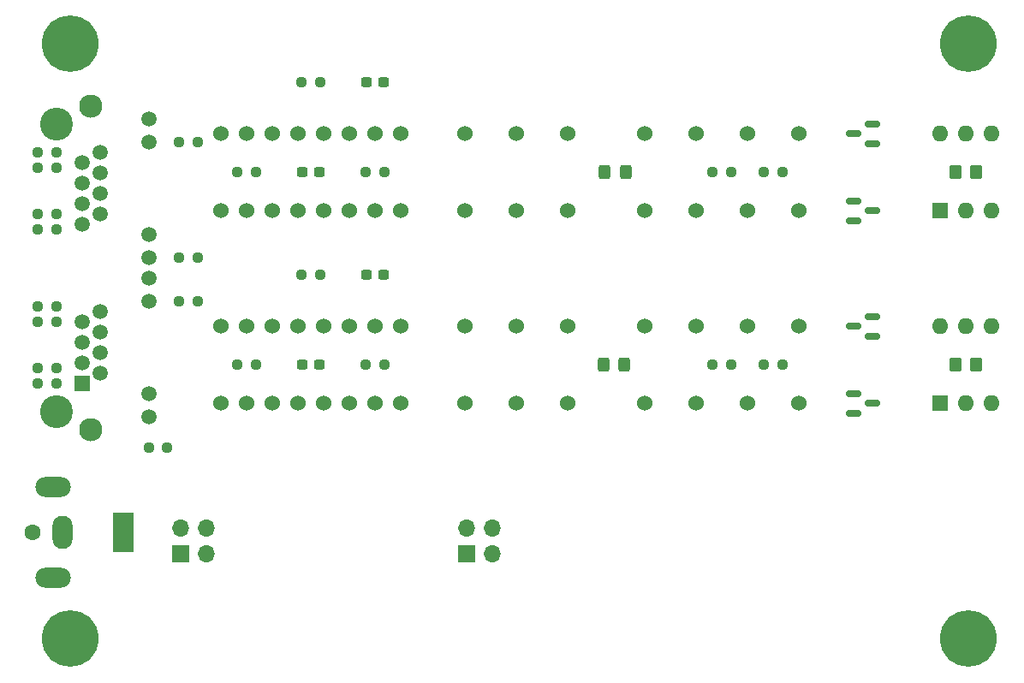
<source format=gbs>
%TF.GenerationSoftware,KiCad,Pcbnew,6.0.9+dfsg-1*%
%TF.CreationDate,2022-12-03T23:10:23+00:00*%
%TF.ProjectId,Token_Ring_MAU,546f6b65-6e5f-4526-996e-675f4d41552e,rev?*%
%TF.SameCoordinates,Original*%
%TF.FileFunction,Soldermask,Bot*%
%TF.FilePolarity,Negative*%
%FSLAX46Y46*%
G04 Gerber Fmt 4.6, Leading zero omitted, Abs format (unit mm)*
G04 Created by KiCad (PCBNEW 6.0.9+dfsg-1) date 2022-12-03 23:10:23*
%MOMM*%
%LPD*%
G01*
G04 APERTURE LIST*
G04 Aperture macros list*
%AMRoundRect*
0 Rectangle with rounded corners*
0 $1 Rounding radius*
0 $2 $3 $4 $5 $6 $7 $8 $9 X,Y pos of 4 corners*
0 Add a 4 corners polygon primitive as box body*
4,1,4,$2,$3,$4,$5,$6,$7,$8,$9,$2,$3,0*
0 Add four circle primitives for the rounded corners*
1,1,$1+$1,$2,$3*
1,1,$1+$1,$4,$5*
1,1,$1+$1,$6,$7*
1,1,$1+$1,$8,$9*
0 Add four rect primitives between the rounded corners*
20,1,$1+$1,$2,$3,$4,$5,0*
20,1,$1+$1,$4,$5,$6,$7,0*
20,1,$1+$1,$6,$7,$8,$9,0*
20,1,$1+$1,$8,$9,$2,$3,0*%
G04 Aperture macros list end*
%ADD10C,1.524000*%
%ADD11C,1.600000*%
%ADD12R,2.000000X4.000000*%
%ADD13O,2.000000X3.300000*%
%ADD14O,3.500000X2.000000*%
%ADD15R,1.600000X1.600000*%
%ADD16O,1.600000X1.600000*%
%ADD17C,5.600000*%
%ADD18R,1.700000X1.700000*%
%ADD19O,1.700000X1.700000*%
%ADD20C,3.250000*%
%ADD21R,1.500000X1.500000*%
%ADD22C,1.500000*%
%ADD23C,2.300000*%
%ADD24RoundRect,0.237500X0.250000X0.237500X-0.250000X0.237500X-0.250000X-0.237500X0.250000X-0.237500X0*%
%ADD25RoundRect,0.250000X-0.350000X-0.450000X0.350000X-0.450000X0.350000X0.450000X-0.350000X0.450000X0*%
%ADD26RoundRect,0.237500X-0.250000X-0.237500X0.250000X-0.237500X0.250000X0.237500X-0.250000X0.237500X0*%
%ADD27RoundRect,0.150000X0.587500X0.150000X-0.587500X0.150000X-0.587500X-0.150000X0.587500X-0.150000X0*%
%ADD28RoundRect,0.237500X-0.300000X-0.237500X0.300000X-0.237500X0.300000X0.237500X-0.300000X0.237500X0*%
%ADD29RoundRect,0.150000X-0.587500X-0.150000X0.587500X-0.150000X0.587500X0.150000X-0.587500X0.150000X0*%
%ADD30RoundRect,0.250000X-0.325000X-0.450000X0.325000X-0.450000X0.325000X0.450000X-0.325000X0.450000X0*%
G04 APERTURE END LIST*
D10*
X162410000Y-91150000D03*
X167490000Y-91150000D03*
X154790000Y-91150000D03*
X172570000Y-91150000D03*
X149710000Y-91150000D03*
X177650000Y-91150000D03*
X144630000Y-91150000D03*
X144630000Y-83530000D03*
X177650000Y-83530000D03*
X149710000Y-83530000D03*
X172570000Y-83530000D03*
X154790000Y-83530000D03*
X167490000Y-83530000D03*
X162410000Y-83530000D03*
D11*
X101887000Y-103909000D03*
D12*
X110887000Y-103909000D03*
D13*
X104887000Y-103909000D03*
D14*
X103887000Y-108409000D03*
X103887000Y-99409000D03*
D15*
X191635000Y-91140000D03*
D16*
X194175000Y-91140000D03*
X196715000Y-91140000D03*
X196715000Y-83520000D03*
X194175000Y-83520000D03*
X191635000Y-83520000D03*
D10*
X120500000Y-72100000D03*
X123040000Y-72100000D03*
X125580000Y-72100000D03*
X128120000Y-72100000D03*
X130660000Y-72100000D03*
X133200000Y-72100000D03*
X135740000Y-72100000D03*
X138280000Y-72100000D03*
X138280000Y-64480000D03*
X135740000Y-64480000D03*
X133200000Y-64480000D03*
X130660000Y-64480000D03*
X128120000Y-64480000D03*
X125580000Y-64480000D03*
X123040000Y-64480000D03*
X120500000Y-64480000D03*
D17*
X194400000Y-114400000D03*
D15*
X191635000Y-72090000D03*
D16*
X194175000Y-72090000D03*
X196715000Y-72090000D03*
X196715000Y-64470000D03*
X194175000Y-64470000D03*
X191635000Y-64470000D03*
D10*
X120500000Y-91150000D03*
X123040000Y-91150000D03*
X125580000Y-91150000D03*
X128120000Y-91150000D03*
X130660000Y-91150000D03*
X133200000Y-91150000D03*
X135740000Y-91150000D03*
X138280000Y-91150000D03*
X138280000Y-83530000D03*
X135740000Y-83530000D03*
X133200000Y-83530000D03*
X130660000Y-83530000D03*
X128120000Y-83530000D03*
X125580000Y-83530000D03*
X123040000Y-83530000D03*
X120500000Y-83530000D03*
D18*
X144780000Y-106000000D03*
D19*
X144780000Y-103460000D03*
X147320000Y-106000000D03*
X147320000Y-103460000D03*
D20*
X104242000Y-63517000D03*
X104242000Y-91967000D03*
D21*
X106782000Y-89177000D03*
D22*
X108562000Y-88161000D03*
X106782000Y-87145000D03*
X108562000Y-86129000D03*
X106782000Y-85113000D03*
X108562000Y-84097000D03*
X106782000Y-83081000D03*
X108562000Y-82065000D03*
X113382000Y-92477000D03*
X113382000Y-90187000D03*
X113382000Y-81047000D03*
X113382000Y-78757000D03*
X106782000Y-73427000D03*
X108562000Y-72411000D03*
X106782000Y-71395000D03*
X108562000Y-70379000D03*
X106782000Y-69363000D03*
X108562000Y-68347000D03*
X106782000Y-67331000D03*
X108562000Y-66315000D03*
X113382000Y-76727000D03*
X113382000Y-74437000D03*
X113382000Y-65297000D03*
X113382000Y-63007000D03*
D23*
X107672000Y-61747000D03*
X107672000Y-93747000D03*
D17*
X194400000Y-55600000D03*
X105600000Y-114400000D03*
D10*
X162410000Y-72100000D03*
X167490000Y-72100000D03*
X154790000Y-72100000D03*
X172570000Y-72100000D03*
X149710000Y-72100000D03*
X177650000Y-72100000D03*
X144630000Y-72100000D03*
X144630000Y-64480000D03*
X177650000Y-64480000D03*
X149710000Y-64480000D03*
X172570000Y-64480000D03*
X154790000Y-64480000D03*
X167490000Y-64480000D03*
X162410000Y-64480000D03*
D18*
X116581000Y-106000000D03*
D19*
X116581000Y-103460000D03*
X119121000Y-106000000D03*
X119121000Y-103460000D03*
D17*
X105600000Y-55600000D03*
D24*
X104267500Y-81557000D03*
X102442500Y-81557000D03*
X104267500Y-73937000D03*
X102442500Y-73937000D03*
X115212500Y-95504000D03*
X113387500Y-95504000D03*
X104267500Y-89177000D03*
X102442500Y-89177000D03*
D25*
X193160000Y-68290000D03*
X195160000Y-68290000D03*
D26*
X122127500Y-68290000D03*
X123952500Y-68290000D03*
D27*
X184937500Y-82580000D03*
X184937500Y-84480000D03*
X183062500Y-83530000D03*
D28*
X128527500Y-87340000D03*
X130252500Y-87340000D03*
D24*
X104267500Y-83081000D03*
X102442500Y-83081000D03*
X130302500Y-59400000D03*
X128477500Y-59400000D03*
D27*
X184937500Y-63530000D03*
X184937500Y-65430000D03*
X183062500Y-64480000D03*
D24*
X104267500Y-66317000D03*
X102442500Y-66317000D03*
X104267500Y-72413000D03*
X102442500Y-72413000D03*
X176022500Y-68290000D03*
X174197500Y-68290000D03*
X104267500Y-87653000D03*
X102442500Y-87653000D03*
D29*
X183062500Y-73050000D03*
X183062500Y-71150000D03*
X184937500Y-72100000D03*
D26*
X122127500Y-87340000D03*
X123952500Y-87340000D03*
D30*
X158360000Y-87340000D03*
X160410000Y-87340000D03*
D25*
X193160000Y-87340000D03*
X195160000Y-87340000D03*
D24*
X130302500Y-78450000D03*
X128477500Y-78450000D03*
D28*
X128527500Y-68290000D03*
X130252500Y-68290000D03*
D24*
X170942500Y-87340000D03*
X169117500Y-87340000D03*
X104267500Y-67841000D03*
X102442500Y-67841000D03*
X176022500Y-87340000D03*
X174197500Y-87340000D03*
X118232500Y-65301000D03*
X116407500Y-65301000D03*
D26*
X134827500Y-87340000D03*
X136652500Y-87340000D03*
D24*
X118232500Y-76731000D03*
X116407500Y-76731000D03*
X170942500Y-68290000D03*
X169117500Y-68290000D03*
D26*
X134827500Y-68290000D03*
X136652500Y-68290000D03*
D28*
X134877500Y-78450000D03*
X136602500Y-78450000D03*
D24*
X118232500Y-81049000D03*
X116407500Y-81049000D03*
D29*
X183062500Y-92100000D03*
X183062500Y-90200000D03*
X184937500Y-91150000D03*
D28*
X134877500Y-59400000D03*
X136602500Y-59400000D03*
D30*
X158475000Y-68300000D03*
X160525000Y-68300000D03*
M02*

</source>
